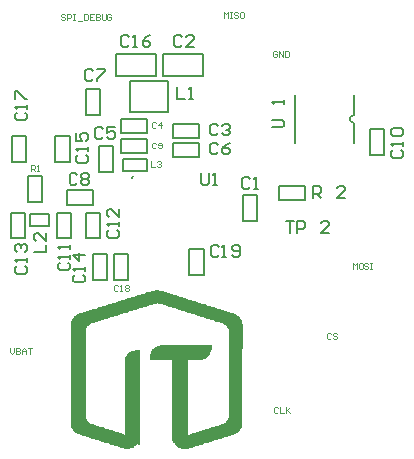
<source format=gto>
%FSLAX44Y44*%
%MOMM*%
G71*
G01*
G75*
G04 Layer_Color=65535*
%ADD10R,0.5000X0.6000*%
%ADD11R,0.5000X0.5000*%
%ADD12R,0.6000X0.5000*%
%ADD13R,1.4000X1.2000*%
%ADD14R,0.2500X0.5000*%
%ADD15C,1.5000*%
%ADD16R,0.2500X0.4000*%
%ADD17R,0.4000X0.2500*%
%ADD18R,3.2000X3.2000*%
%ADD19R,0.5590X1.1940*%
%ADD20R,0.9000X1.3000*%
%ADD21R,0.6000X1.2000*%
%ADD22R,0.6000X2.0000*%
%ADD23C,4.0000*%
%ADD24C,0.3000*%
%ADD25C,0.5000*%
%ADD26C,0.1500*%
%ADD27C,0.2000*%
%ADD28C,0.4500*%
%ADD29R,6.0700X6.0700*%
%ADD30C,0.0508*%
%ADD31C,0.1000*%
D27*
X163000Y76425D02*
G03*
X163000Y70075I0J-3175D01*
G01*
X-33750Y61250D02*
Y73250D01*
X-11750D01*
Y61250D02*
Y73250D01*
X-33750Y61250D02*
X-11750D01*
X-33500Y44500D02*
Y56500D01*
X-11500D01*
Y44500D02*
Y56500D01*
X-33500Y44500D02*
X-11500D01*
X-32000Y29250D02*
X-12000D01*
Y39250D01*
X-32000D02*
X-12000D01*
X-32000Y29250D02*
Y39250D01*
X-126500Y36750D02*
X-114500D01*
X-126500D02*
Y58750D01*
X-114500D01*
Y36750D02*
Y58750D01*
X-89500Y36750D02*
X-77500D01*
X-89500D02*
Y58750D01*
X-77500D01*
Y36750D02*
Y58750D01*
X-52750Y50250D02*
X-40750D01*
Y28250D02*
Y50250D01*
X-52750Y28250D02*
X-40750D01*
X-52750D02*
Y50250D01*
X-79750Y750D02*
Y12750D01*
X-57750D01*
Y750D02*
Y12750D01*
X-79750Y750D02*
X-57750D01*
X-63500Y-28000D02*
X-51500D01*
X-63500D02*
Y-6000D01*
X-51500D01*
Y-28000D02*
Y-6000D01*
X-88000Y-28000D02*
X-76000D01*
X-88000D02*
Y-6000D01*
X-76000D01*
Y-28000D02*
Y-6000D01*
X-111000Y-17000D02*
X-95000D01*
Y-7000D01*
X-111000D02*
X-95000D01*
X-111000Y-17000D02*
Y-7000D01*
X-127000Y-28000D02*
X-115000D01*
X-127000D02*
Y-6000D01*
X-115000D01*
Y-28000D02*
Y-6000D01*
X-112500Y2750D02*
Y24750D01*
Y2750D02*
X-100500D01*
Y24750D01*
X-112500D02*
X-100500D01*
X-58000Y-63000D02*
X-46000D01*
X-58000D02*
Y-41000D01*
X-46000D01*
Y-63000D02*
Y-41000D01*
X-40000Y-41250D02*
X-28000D01*
Y-63250D02*
Y-41250D01*
X-40000Y-63250D02*
X-28000D01*
X-40000D02*
Y-41250D01*
X24000Y-59000D02*
X36000D01*
X24000D02*
Y-37000D01*
X36000D01*
Y-59000D02*
Y-37000D01*
X99500Y4750D02*
X121500D01*
Y16750D01*
X99500D02*
X121500D01*
X99500Y4750D02*
Y16750D01*
X69500Y8500D02*
X81500D01*
Y-13500D02*
Y8500D01*
X69500Y-13500D02*
X81500D01*
X69500D02*
Y8500D01*
X-24570Y23570D02*
X-23570Y24570D01*
X177000Y64500D02*
X189000D01*
Y42500D02*
Y64500D01*
X177000Y42500D02*
X189000D01*
X177000D02*
Y64500D01*
X163000Y76425D02*
Y93250D01*
Y53250D02*
Y70075D01*
X113000Y53250D02*
Y93250D01*
X-4500Y110000D02*
Y128000D01*
X-38500Y110000D02*
X-4500D01*
X-38500D02*
Y128000D01*
X-4500D01*
X-63750Y76250D02*
X-51750D01*
X-63750D02*
Y98250D01*
X-51750D01*
Y76250D02*
Y98250D01*
X-26500Y105000D02*
X5500D01*
X-26500Y79000D02*
Y105000D01*
Y79000D02*
X5500D01*
Y105000D01*
X1500Y110000D02*
Y128000D01*
X35500D01*
Y110000D02*
Y128000D01*
X1500Y110000D02*
X35500D01*
X32000Y40750D02*
Y52750D01*
X10000Y40750D02*
X32000D01*
X10000D02*
Y52750D01*
X32000D01*
X31750Y57250D02*
Y69250D01*
X9750Y57250D02*
X31750D01*
X9750D02*
Y69250D01*
X31750D01*
X-121581Y78664D02*
X-123247Y76998D01*
Y73666D01*
X-121581Y72000D01*
X-114916D01*
X-113250Y73666D01*
Y76998D01*
X-114916Y78664D01*
X-113250Y81997D02*
Y85329D01*
Y83663D01*
X-123247D01*
X-121581Y81997D01*
X-123247Y90327D02*
Y96992D01*
X-121581D01*
X-114916Y90327D01*
X-113250D01*
X-70331Y42664D02*
X-71997Y40998D01*
Y37666D01*
X-70331Y36000D01*
X-63666D01*
X-62000Y37666D01*
Y40998D01*
X-63666Y42664D01*
X-62000Y45997D02*
Y49329D01*
Y47663D01*
X-71997D01*
X-70331Y45997D01*
X-71997Y60992D02*
Y54327D01*
X-66998D01*
X-68664Y57660D01*
Y59326D01*
X-66998Y60992D01*
X-63666D01*
X-62000Y59326D01*
Y55994D01*
X-63666Y54327D01*
X-48836Y64331D02*
X-50502Y65997D01*
X-53834D01*
X-55500Y64331D01*
Y57666D01*
X-53834Y56000D01*
X-50502D01*
X-48836Y57666D01*
X-38839Y65997D02*
X-45503D01*
Y60998D01*
X-42171Y62664D01*
X-40505D01*
X-38839Y60998D01*
Y57666D01*
X-40505Y56000D01*
X-43837D01*
X-45503Y57666D01*
X-70835Y25831D02*
X-72502Y27497D01*
X-75834D01*
X-77500Y25831D01*
Y19166D01*
X-75834Y17500D01*
X-72502D01*
X-70835Y19166D01*
X-67503Y25831D02*
X-65837Y27497D01*
X-62505D01*
X-60839Y25831D01*
Y24165D01*
X-62505Y22498D01*
X-60839Y20832D01*
Y19166D01*
X-62505Y17500D01*
X-65837D01*
X-67503Y19166D01*
Y20832D01*
X-65837Y22498D01*
X-67503Y24165D01*
Y25831D01*
X-65837Y22498D02*
X-62505D01*
X-44331Y-21086D02*
X-45997Y-22752D01*
Y-26084D01*
X-44331Y-27750D01*
X-37666D01*
X-36000Y-26084D01*
Y-22752D01*
X-37666Y-21086D01*
X-36000Y-17753D02*
Y-14421D01*
Y-16087D01*
X-45997D01*
X-44331Y-17753D01*
X-36000Y-2758D02*
Y-9423D01*
X-42664Y-2758D01*
X-44331D01*
X-45997Y-4424D01*
Y-7756D01*
X-44331Y-9423D01*
X-85831Y-48335D02*
X-87497Y-50002D01*
Y-53334D01*
X-85831Y-55000D01*
X-79166D01*
X-77500Y-53334D01*
Y-50002D01*
X-79166Y-48335D01*
X-77500Y-45003D02*
Y-41671D01*
Y-43337D01*
X-87497D01*
X-85831Y-45003D01*
X-77500Y-36673D02*
Y-33340D01*
Y-35006D01*
X-87497D01*
X-85831Y-36673D01*
X-107497Y-39750D02*
X-97500D01*
Y-33085D01*
Y-23089D02*
Y-29753D01*
X-104164Y-23089D01*
X-105831D01*
X-107497Y-24755D01*
Y-28087D01*
X-105831Y-29753D01*
X-121831Y-51086D02*
X-123497Y-52752D01*
Y-56084D01*
X-121831Y-57750D01*
X-115166D01*
X-113500Y-56084D01*
Y-52752D01*
X-115166Y-51086D01*
X-113500Y-47753D02*
Y-44421D01*
Y-46087D01*
X-123497D01*
X-121831Y-47753D01*
Y-39423D02*
X-123497Y-37756D01*
Y-34424D01*
X-121831Y-32758D01*
X-120164D01*
X-118498Y-34424D01*
Y-36090D01*
Y-34424D01*
X-116832Y-32758D01*
X-115166D01*
X-113500Y-34424D01*
Y-37756D01*
X-115166Y-39423D01*
X-72581Y-58586D02*
X-74247Y-60252D01*
Y-63584D01*
X-72581Y-65250D01*
X-65916D01*
X-64250Y-63584D01*
Y-60252D01*
X-65916Y-58586D01*
X-64250Y-55253D02*
Y-51921D01*
Y-53587D01*
X-74247D01*
X-72581Y-55253D01*
X-64250Y-41924D02*
X-74247D01*
X-69248Y-46923D01*
Y-40258D01*
X48664Y-35419D02*
X46998Y-33753D01*
X43666D01*
X42000Y-35419D01*
Y-42084D01*
X43666Y-43750D01*
X46998D01*
X48664Y-42084D01*
X51997Y-43750D02*
X55329D01*
X53663D01*
Y-33753D01*
X51997Y-35419D01*
X60327Y-42084D02*
X61994Y-43750D01*
X65326D01*
X66992Y-42084D01*
Y-35419D01*
X65326Y-33753D01*
X61994D01*
X60327Y-35419D01*
Y-37085D01*
X61994Y-38752D01*
X66992D01*
X129000Y6250D02*
Y16247D01*
X133998D01*
X135665Y14581D01*
Y11248D01*
X133998Y9582D01*
X129000D01*
X132332D02*
X135665Y6250D01*
X155658D02*
X148994D01*
X155658Y12915D01*
Y14581D01*
X153992Y16247D01*
X150660D01*
X148994Y14581D01*
X105500Y-13003D02*
X112164D01*
X108832D01*
Y-23000D01*
X115497D02*
Y-13003D01*
X120495D01*
X122161Y-14669D01*
Y-18002D01*
X120495Y-19668D01*
X115497D01*
X142155Y-23000D02*
X135490D01*
X142155Y-16336D01*
Y-14669D01*
X140489Y-13003D01*
X137156D01*
X135490Y-14669D01*
X75415Y22331D02*
X73748Y23997D01*
X70416D01*
X68750Y22331D01*
Y15666D01*
X70416Y14000D01*
X73748D01*
X75415Y15666D01*
X78747Y14000D02*
X82079D01*
X80413D01*
Y23997D01*
X78747Y22331D01*
X34250Y27497D02*
Y19166D01*
X35916Y17500D01*
X39248D01*
X40915Y19166D01*
Y27497D01*
X44247Y17500D02*
X47579D01*
X45913D01*
Y27497D01*
X44247Y25831D01*
X196419Y47165D02*
X194753Y45498D01*
Y42166D01*
X196419Y40500D01*
X203084D01*
X204750Y42166D01*
Y45498D01*
X203084Y47165D01*
X204750Y50497D02*
Y53829D01*
Y52163D01*
X194753D01*
X196419Y50497D01*
Y58827D02*
X194753Y60494D01*
Y63826D01*
X196419Y65492D01*
X203084D01*
X204750Y63826D01*
Y60494D01*
X203084Y58827D01*
X196419D01*
X93753Y66000D02*
X102084D01*
X103750Y67666D01*
Y70998D01*
X102084Y72664D01*
X93753D01*
X103750Y85994D02*
Y89326D01*
Y87660D01*
X93753D01*
X95419Y85994D01*
X-27336Y142831D02*
X-29002Y144497D01*
X-32334D01*
X-34000Y142831D01*
Y136166D01*
X-32334Y134500D01*
X-29002D01*
X-27336Y136166D01*
X-24003Y134500D02*
X-20671D01*
X-22337D01*
Y144497D01*
X-24003Y142831D01*
X-9008Y144497D02*
X-12340Y142831D01*
X-15673Y139498D01*
Y136166D01*
X-14006Y134500D01*
X-10674D01*
X-9008Y136166D01*
Y137832D01*
X-10674Y139498D01*
X-15673D01*
X-57586Y113831D02*
X-59252Y115497D01*
X-62584D01*
X-64250Y113831D01*
Y107166D01*
X-62584Y105500D01*
X-59252D01*
X-57586Y107166D01*
X-54253Y115497D02*
X-47589D01*
Y113831D01*
X-54253Y107166D01*
Y105500D01*
X13500Y99997D02*
Y90000D01*
X20164D01*
X23497D02*
X26829D01*
X25163D01*
Y99997D01*
X23497Y98331D01*
X17665Y142831D02*
X15998Y144497D01*
X12666D01*
X11000Y142831D01*
Y136166D01*
X12666Y134500D01*
X15998D01*
X17665Y136166D01*
X27661Y134500D02*
X20997D01*
X27661Y141165D01*
Y142831D01*
X25995Y144497D01*
X22663D01*
X20997Y142831D01*
X48415Y51581D02*
X46748Y53247D01*
X43416D01*
X41750Y51581D01*
Y44916D01*
X43416Y43250D01*
X46748D01*
X48415Y44916D01*
X58411Y53247D02*
X55079Y51581D01*
X51747Y48248D01*
Y44916D01*
X53413Y43250D01*
X56745D01*
X58411Y44916D01*
Y46582D01*
X56745Y48248D01*
X51747D01*
X48415Y67581D02*
X46748Y69247D01*
X43416D01*
X41750Y67581D01*
Y60916D01*
X43416Y59250D01*
X46748D01*
X48415Y60916D01*
X51747Y67581D02*
X53413Y69247D01*
X56745D01*
X58411Y67581D01*
Y65915D01*
X56745Y64248D01*
X55079D01*
X56745D01*
X58411Y62582D01*
Y60916D01*
X56745Y59250D01*
X53413D01*
X51747Y60916D01*
D30*
X17132Y-205184D02*
X22720D01*
X-31128D02*
X-27064D01*
X15608Y-204676D02*
X24752D01*
X-33160D02*
X-25540D01*
X14592Y-204168D02*
X26276D01*
X-34684D02*
X-24016D01*
X13576Y-203660D02*
X27800D01*
X-36208D02*
X-23508D01*
X13068Y-203152D02*
X29324D01*
X-38240D02*
X-22492D01*
X12560Y-202644D02*
X31356D01*
X-39764D02*
X-21984D01*
X12052Y-202136D02*
X32880D01*
X-41288D02*
X-21476D01*
X11544Y-201628D02*
X34404D01*
X-19444D02*
X-18936D01*
X-42812D02*
X-20968D01*
X11544Y-201120D02*
X35928D01*
X-19444D02*
X-18936D01*
X-44336D02*
X-20460D01*
X11036Y-200612D02*
X37960D01*
X-19444D02*
X-18936D01*
X-45860D02*
X-20460D01*
X10528Y-200104D02*
X39484D01*
X-19444D02*
X-18936D01*
X-47892D02*
X-19952D01*
X10528Y-199596D02*
X41008D01*
X-19444D02*
X-18936D01*
X-49416D02*
X-19952D01*
X10020Y-199088D02*
X42532D01*
X-50940D02*
X-18936D01*
X9512Y-198580D02*
X44056D01*
X-52464D02*
X-18936D01*
X9512Y-198072D02*
X46088D01*
X-53988D02*
X-18936D01*
X9512Y-197564D02*
X47612D01*
X-55512D02*
X-18936D01*
X9512Y-197056D02*
X49136D01*
X-57544D02*
X-18936D01*
X9512Y-196548D02*
X50660D01*
X-59068D02*
X-18936D01*
X9512Y-196040D02*
X52692D01*
X-60592D02*
X-18936D01*
X9512Y-195532D02*
X54216D01*
X-62116D02*
X-18936D01*
X9512Y-195024D02*
X55740D01*
X-63640D02*
X-18936D01*
X9512Y-194516D02*
X57264D01*
X-65164D02*
X-18936D01*
X22720Y-194008D02*
X58788D01*
X9512D02*
X21704D01*
X-67196D02*
X-18936D01*
X24244Y-193500D02*
X60820D01*
X9512D02*
X21704D01*
X-30620D02*
X-18936D01*
X-68720D02*
X-32144D01*
X26276Y-192992D02*
X61836D01*
X9512D02*
X21704D01*
X-30620D02*
X-18936D01*
X-70244D02*
X-33668D01*
X27800Y-192484D02*
X62852D01*
X9512D02*
X21704D01*
X-30620D02*
X-18936D01*
X-71260D02*
X-35192D01*
X29324Y-191976D02*
X63868D01*
X9512D02*
X21704D01*
X-30620D02*
X-18936D01*
X-71768D02*
X-36716D01*
X30848Y-191468D02*
X64376D01*
X9512D02*
X21704D01*
X-30620D02*
X-18936D01*
X-72784D02*
X-38240D01*
X32372Y-190960D02*
X64884D01*
X9512D02*
X21704D01*
X-30620D02*
X-18936D01*
X-73292D02*
X-39764D01*
X34404Y-190452D02*
X65392D01*
X9512D02*
X21704D01*
X-30620D02*
X-18936D01*
X-73800D02*
X-41796D01*
X35928Y-189944D02*
X65900D01*
X9512D02*
X21704D01*
X-30620D02*
X-18936D01*
X-74308D02*
X-43320D01*
X37452Y-189436D02*
X66408D01*
X9512D02*
X21704D01*
X-30620D02*
X-18936D01*
X-74816D02*
X-44844D01*
X38976Y-188928D02*
X66408D01*
X9512D02*
X21704D01*
X-30620D02*
X-18936D01*
X-74816D02*
X-46368D01*
X41008Y-188420D02*
X66916D01*
X9512D02*
X21704D01*
X-30620D02*
X-18936D01*
X-75324D02*
X-47892D01*
X42532Y-187912D02*
X67424D01*
X9512D02*
X21704D01*
X-30620D02*
X-18936D01*
X-75324D02*
X-49416D01*
X44056Y-187404D02*
X67424D01*
X9512D02*
X21704D01*
X-30620D02*
X-18936D01*
X-75832D02*
X-51448D01*
X45580Y-186896D02*
X67424D01*
X9512D02*
X21704D01*
X-30620D02*
X-18936D01*
X-75832D02*
X-52972D01*
X47104Y-186388D02*
X67932D01*
X9512D02*
X21704D01*
X-30620D02*
X-18936D01*
X-75832D02*
X-54496D01*
X49136Y-185880D02*
X67932D01*
X9512D02*
X21704D01*
X-30620D02*
X-18936D01*
X-76340D02*
X-56020D01*
X50660Y-185372D02*
X67932D01*
X9512D02*
X21704D01*
X-30620D02*
X-18936D01*
X-76340D02*
X-57544D01*
X52184Y-184864D02*
X67932D01*
X9512D02*
X21704D01*
X-30620D02*
X-18936D01*
X-76340D02*
X-59068D01*
X53200Y-184356D02*
X67932D01*
X9512D02*
X21704D01*
X-30620D02*
X-18936D01*
X-76340D02*
X-60592D01*
X53708Y-183848D02*
X67932D01*
X9512D02*
X21704D01*
X-30620D02*
X-18936D01*
X-76340D02*
X-61100D01*
X54724Y-183340D02*
X67932D01*
X9512D02*
X21704D01*
X-30620D02*
X-18936D01*
X-76340D02*
X-61608D01*
X55232Y-182832D02*
X67932D01*
X9512D02*
X21704D01*
X-30620D02*
X-18936D01*
X-76340D02*
X-62624D01*
X55740Y-182324D02*
X67932D01*
X9512D02*
X21704D01*
X-30620D02*
X-18936D01*
X-76340D02*
X-62624D01*
X55740Y-181816D02*
X67932D01*
X9512D02*
X21704D01*
X-30620D02*
X-18936D01*
X-76340D02*
X-63132D01*
X56248Y-181308D02*
X67932D01*
X9512D02*
X21704D01*
X-30620D02*
X-18936D01*
X-76340D02*
X-63640D01*
X56756Y-180800D02*
X67932D01*
X9512D02*
X21704D01*
X-30620D02*
X-18936D01*
X-76340D02*
X-63640D01*
X56756Y-180292D02*
X67932D01*
X9512D02*
X21704D01*
X-30620D02*
X-18936D01*
X-76340D02*
X-64148D01*
X56756Y-179784D02*
X67932D01*
X9512D02*
X21704D01*
X-30620D02*
X-18936D01*
X-76340D02*
X-64148D01*
X57264Y-179276D02*
X67932D01*
X9512D02*
X21704D01*
X-30620D02*
X-18936D01*
X-76340D02*
X-64656D01*
X57264Y-178768D02*
X67932D01*
X9512D02*
X21704D01*
X-30620D02*
X-18936D01*
X-76340D02*
X-64656D01*
X57264Y-178260D02*
X67932D01*
X9512D02*
X21704D01*
X-30620D02*
X-18936D01*
X-76340D02*
X-64656D01*
X57264Y-177752D02*
X67932D01*
X9512D02*
X21704D01*
X-30620D02*
X-18936D01*
X-76340D02*
X-64656D01*
X57264Y-177244D02*
X67932D01*
X9512D02*
X21704D01*
X-30620D02*
X-18936D01*
X-76340D02*
X-64656D01*
X57264Y-176736D02*
X67932D01*
X9512D02*
X21704D01*
X-30620D02*
X-18936D01*
X-76340D02*
X-64656D01*
X57264Y-176228D02*
X67932D01*
X9512D02*
X21704D01*
X-30620D02*
X-18936D01*
X-76340D02*
X-64656D01*
X57264Y-175720D02*
X67932D01*
X9512D02*
X21704D01*
X-30620D02*
X-18936D01*
X-76340D02*
X-64656D01*
X57264Y-175212D02*
X67932D01*
X9512D02*
X21704D01*
X-30620D02*
X-18936D01*
X-76340D02*
X-64656D01*
X57264Y-174704D02*
X67932D01*
X9512D02*
X21704D01*
X-30620D02*
X-18936D01*
X-76340D02*
X-64656D01*
X57264Y-174196D02*
X67932D01*
X9512D02*
X21704D01*
X-30620D02*
X-18936D01*
X-76340D02*
X-64656D01*
X57264Y-173688D02*
X67932D01*
X9512D02*
X21704D01*
X-30620D02*
X-18936D01*
X-76340D02*
X-64656D01*
X57264Y-173180D02*
X67932D01*
X9512D02*
X21704D01*
X-30620D02*
X-18936D01*
X-76340D02*
X-64656D01*
X57264Y-172672D02*
X67932D01*
X9512D02*
X21704D01*
X-30620D02*
X-18936D01*
X-76340D02*
X-64656D01*
X57264Y-172164D02*
X67932D01*
X9512D02*
X21704D01*
X-30620D02*
X-18936D01*
X-76340D02*
X-64656D01*
X57264Y-171656D02*
X67932D01*
X9512D02*
X21704D01*
X-30620D02*
X-18936D01*
X-76340D02*
X-64656D01*
X57264Y-171148D02*
X67932D01*
X9512D02*
X21704D01*
X-30620D02*
X-18936D01*
X-76340D02*
X-64656D01*
X57264Y-170640D02*
X67932D01*
X9512D02*
X21704D01*
X-30620D02*
X-18936D01*
X-76340D02*
X-64656D01*
X57264Y-170132D02*
X67932D01*
X9512D02*
X21704D01*
X-30620D02*
X-18936D01*
X-76340D02*
X-64656D01*
X57264Y-169624D02*
X67932D01*
X9512D02*
X21704D01*
X-30620D02*
X-18936D01*
X-76340D02*
X-64656D01*
X57264Y-169116D02*
X67932D01*
X9512D02*
X21704D01*
X-30620D02*
X-18936D01*
X-76340D02*
X-64656D01*
X57264Y-168608D02*
X67932D01*
X9512D02*
X21704D01*
X-30620D02*
X-18936D01*
X-76340D02*
X-64656D01*
X57264Y-168100D02*
X67932D01*
X9512D02*
X21704D01*
X-30620D02*
X-18936D01*
X-76340D02*
X-64656D01*
X57264Y-167592D02*
X67932D01*
X9512D02*
X21704D01*
X-30620D02*
X-18936D01*
X-76340D02*
X-64656D01*
X57264Y-167084D02*
X67932D01*
X9512D02*
X21704D01*
X-30620D02*
X-18936D01*
X-76340D02*
X-64656D01*
X57264Y-166576D02*
X67932D01*
X9512D02*
X21704D01*
X-30620D02*
X-18936D01*
X-76340D02*
X-64656D01*
X57264Y-166068D02*
X67932D01*
X9512D02*
X21704D01*
X-30620D02*
X-18936D01*
X-76340D02*
X-64656D01*
X57264Y-165560D02*
X67932D01*
X9512D02*
X21704D01*
X-30620D02*
X-18936D01*
X-76340D02*
X-64656D01*
X57264Y-165052D02*
X67932D01*
X9512D02*
X21704D01*
X-30620D02*
X-18936D01*
X-76340D02*
X-64656D01*
X57264Y-164544D02*
X67932D01*
X9512D02*
X21704D01*
X-30620D02*
X-18936D01*
X-76340D02*
X-64656D01*
X57264Y-164036D02*
X67932D01*
X9512D02*
X21704D01*
X-30620D02*
X-18936D01*
X-76340D02*
X-64656D01*
X57264Y-163528D02*
X67932D01*
X9512D02*
X21704D01*
X-30620D02*
X-18936D01*
X-76340D02*
X-64656D01*
X57264Y-163020D02*
X67932D01*
X9512D02*
X21704D01*
X-30620D02*
X-18936D01*
X-76340D02*
X-64656D01*
X57264Y-162512D02*
X67932D01*
X9512D02*
X21704D01*
X-30620D02*
X-18936D01*
X-76340D02*
X-64656D01*
X57264Y-162004D02*
X67932D01*
X9512D02*
X21704D01*
X-30620D02*
X-18936D01*
X-76340D02*
X-64656D01*
X57264Y-161496D02*
X67932D01*
X9512D02*
X21704D01*
X-30620D02*
X-18936D01*
X-76340D02*
X-64656D01*
X57264Y-160988D02*
X67932D01*
X9512D02*
X21704D01*
X-30620D02*
X-18936D01*
X-76340D02*
X-64656D01*
X57264Y-160480D02*
X67932D01*
X9512D02*
X21704D01*
X-30620D02*
X-18936D01*
X-76340D02*
X-64656D01*
X57264Y-159972D02*
X67932D01*
X9512D02*
X21704D01*
X-30620D02*
X-18936D01*
X-76340D02*
X-64656D01*
X57264Y-159464D02*
X67932D01*
X9512D02*
X21704D01*
X-30620D02*
X-18936D01*
X-76340D02*
X-64656D01*
X57264Y-158956D02*
X67932D01*
X9512D02*
X21704D01*
X-30620D02*
X-18936D01*
X-76340D02*
X-64656D01*
X57264Y-158448D02*
X67932D01*
X9512D02*
X21704D01*
X-30620D02*
X-18936D01*
X-76340D02*
X-64656D01*
X57264Y-157940D02*
X67932D01*
X9512D02*
X21704D01*
X-30620D02*
X-18936D01*
X-76340D02*
X-64656D01*
X57264Y-157432D02*
X67932D01*
X9512D02*
X21704D01*
X-30620D02*
X-18936D01*
X-76340D02*
X-64656D01*
X57264Y-156924D02*
X67932D01*
X9512D02*
X21704D01*
X-30620D02*
X-18936D01*
X-76340D02*
X-64656D01*
X57264Y-156416D02*
X67932D01*
X9512D02*
X21704D01*
X-30620D02*
X-18936D01*
X-76340D02*
X-64656D01*
X57264Y-155908D02*
X67932D01*
X9512D02*
X21704D01*
X-30620D02*
X-18936D01*
X-76340D02*
X-64656D01*
X57264Y-155400D02*
X67932D01*
X9512D02*
X21704D01*
X-30620D02*
X-18936D01*
X-76340D02*
X-64656D01*
X57264Y-154892D02*
X67932D01*
X9512D02*
X21704D01*
X-30620D02*
X-18936D01*
X-76340D02*
X-64656D01*
X57264Y-154384D02*
X67932D01*
X9512D02*
X21704D01*
X-30620D02*
X-18936D01*
X-76340D02*
X-64656D01*
X57264Y-153876D02*
X67932D01*
X9512D02*
X21704D01*
X-30620D02*
X-18936D01*
X-76340D02*
X-64656D01*
X57264Y-153368D02*
X67932D01*
X9512D02*
X21704D01*
X-30620D02*
X-18936D01*
X-76340D02*
X-64656D01*
X57264Y-152860D02*
X67932D01*
X9512D02*
X21704D01*
X-30620D02*
X-18936D01*
X-76340D02*
X-64656D01*
X57264Y-152352D02*
X67932D01*
X9512D02*
X21704D01*
X-30620D02*
X-18936D01*
X-76340D02*
X-64656D01*
X57264Y-151844D02*
X67932D01*
X9512D02*
X21704D01*
X-30620D02*
X-18936D01*
X-76340D02*
X-64656D01*
X57264Y-151336D02*
X67932D01*
X9512D02*
X21704D01*
X-30620D02*
X-18936D01*
X-76340D02*
X-64656D01*
X57264Y-150828D02*
X67932D01*
X9512D02*
X21704D01*
X-30620D02*
X-18936D01*
X-76340D02*
X-64656D01*
X57264Y-150320D02*
X67932D01*
X9512D02*
X21704D01*
X-30620D02*
X-18936D01*
X-76340D02*
X-64656D01*
X57264Y-149812D02*
X67932D01*
X9512D02*
X21704D01*
X-30620D02*
X-18936D01*
X-76340D02*
X-64656D01*
X57264Y-149304D02*
X67932D01*
X9512D02*
X21704D01*
X-30620D02*
X-18936D01*
X-76340D02*
X-64656D01*
X57264Y-148796D02*
X67932D01*
X9512D02*
X21704D01*
X-30620D02*
X-18936D01*
X-76340D02*
X-64656D01*
X57264Y-148288D02*
X67932D01*
X9512D02*
X21704D01*
X-30620D02*
X-18936D01*
X-76340D02*
X-64656D01*
X57264Y-147780D02*
X67932D01*
X9512D02*
X21704D01*
X-30620D02*
X-18936D01*
X-76340D02*
X-64656D01*
X57264Y-147272D02*
X67932D01*
X9512D02*
X21704D01*
X-30620D02*
X-18936D01*
X-76340D02*
X-64656D01*
X57264Y-146764D02*
X67932D01*
X9512D02*
X21704D01*
X-30620D02*
X-18936D01*
X-76340D02*
X-64656D01*
X57264Y-146256D02*
X67932D01*
X9512D02*
X21704D01*
X-30620D02*
X-18936D01*
X-76340D02*
X-64656D01*
X57264Y-145748D02*
X67932D01*
X9512D02*
X21704D01*
X-30620D02*
X-18936D01*
X-76340D02*
X-64656D01*
X57264Y-145240D02*
X67932D01*
X9512D02*
X21704D01*
X-30620D02*
X-18936D01*
X-76340D02*
X-64656D01*
X57264Y-144732D02*
X67932D01*
X9512D02*
X21704D01*
X-30620D02*
X-18936D01*
X-76340D02*
X-64656D01*
X57264Y-144224D02*
X67932D01*
X9512D02*
X21704D01*
X-30620D02*
X-18936D01*
X-76340D02*
X-64656D01*
X57264Y-143716D02*
X67932D01*
X9512D02*
X21704D01*
X-30620D02*
X-18936D01*
X-76340D02*
X-64656D01*
X57264Y-143208D02*
X67932D01*
X9512D02*
X21704D01*
X-30620D02*
X-18936D01*
X-76340D02*
X-64656D01*
X57264Y-142700D02*
X67932D01*
X9512D02*
X21704D01*
X-30620D02*
X-18936D01*
X-76340D02*
X-64656D01*
X57264Y-142192D02*
X67932D01*
X9512D02*
X21704D01*
X-30620D02*
X-18936D01*
X-76340D02*
X-64656D01*
X57264Y-141684D02*
X67932D01*
X9512D02*
X21704D01*
X-30620D02*
X-18936D01*
X-76340D02*
X-64656D01*
X57264Y-141176D02*
X67932D01*
X9512D02*
X21704D01*
X-30620D02*
X-18936D01*
X-76340D02*
X-64656D01*
X57264Y-140668D02*
X67932D01*
X9512D02*
X21704D01*
X-30620D02*
X-18936D01*
X-76340D02*
X-64656D01*
X57264Y-140160D02*
X67932D01*
X9512D02*
X21704D01*
X-30620D02*
X-18936D01*
X-76340D02*
X-64656D01*
X57264Y-139652D02*
X67932D01*
X9512D02*
X21704D01*
X-30620D02*
X-18936D01*
X-76340D02*
X-64656D01*
X57264Y-139144D02*
X67932D01*
X9512D02*
X21704D01*
X-30620D02*
X-18936D01*
X-76340D02*
X-64656D01*
X57264Y-138636D02*
X67932D01*
X9512D02*
X21704D01*
X-30620D02*
X-18936D01*
X-76340D02*
X-64656D01*
X57264Y-138128D02*
X67932D01*
X9512D02*
X21704D01*
X-30620D02*
X-18936D01*
X-76340D02*
X-64656D01*
X57264Y-137620D02*
X67932D01*
X9512D02*
X21704D01*
X-30620D02*
X-18936D01*
X-76340D02*
X-64656D01*
X57264Y-137112D02*
X67932D01*
X9512D02*
X21704D01*
X-30620D02*
X-18936D01*
X-76340D02*
X-64656D01*
X57264Y-136604D02*
X67932D01*
X9512D02*
X21704D01*
X-30620D02*
X-18936D01*
X-76340D02*
X-64656D01*
X57264Y-136096D02*
X67932D01*
X9512D02*
X21704D01*
X-30620D02*
X-18936D01*
X-76340D02*
X-64656D01*
X57264Y-135588D02*
X67932D01*
X9512D02*
X21704D01*
X-30620D02*
X-18936D01*
X-76340D02*
X-64656D01*
X57264Y-135080D02*
X67932D01*
X9512D02*
X21704D01*
X-30620D02*
X-18936D01*
X-76340D02*
X-64656D01*
X57264Y-134572D02*
X67932D01*
X9512D02*
X21704D01*
X-30620D02*
X-18936D01*
X-76340D02*
X-64656D01*
X57264Y-134064D02*
X67932D01*
X9512D02*
X21704D01*
X-30620D02*
X-18936D01*
X-76340D02*
X-64656D01*
X57264Y-133556D02*
X67932D01*
X9512D02*
X21704D01*
X-30620D02*
X-18936D01*
X-76340D02*
X-64656D01*
X57264Y-133048D02*
X67932D01*
X9512D02*
X21704D01*
X-30620D02*
X-18936D01*
X-76340D02*
X-64656D01*
X57264Y-132540D02*
X67932D01*
X9512D02*
X21704D01*
X-30620D02*
X-18936D01*
X-76340D02*
X-64656D01*
X57264Y-132032D02*
X67932D01*
X9512D02*
X21704D01*
X-30620D02*
X-18936D01*
X-76340D02*
X-64656D01*
X57264Y-131524D02*
X67932D01*
X9512D02*
X21704D01*
X-30620D02*
X-18936D01*
X-76340D02*
X-64656D01*
X57264Y-131016D02*
X67932D01*
X9512D02*
X21704D01*
X-30620D02*
X-18936D01*
X-76340D02*
X-64656D01*
X57264Y-130508D02*
X67932D01*
X9512D02*
X21704D01*
X-30620D02*
X-18936D01*
X-76340D02*
X-64656D01*
X57264Y-130000D02*
X67932D01*
X-9284D02*
X34404D01*
X-30620D02*
X-18936D01*
X-76340D02*
X-64656D01*
X57264Y-129492D02*
X67932D01*
X-9284D02*
X35928D01*
X-30620D02*
X-18936D01*
X-76340D02*
X-64656D01*
X57264Y-128984D02*
X67932D01*
X-9284D02*
X36944D01*
X-30112D02*
X-18936D01*
X-76340D02*
X-64656D01*
X57264Y-128476D02*
X67932D01*
X-9284D02*
X37452D01*
X-30112D02*
X-18936D01*
X-76340D02*
X-64656D01*
X57264Y-127968D02*
X67932D01*
X-9284D02*
X38468D01*
X-29604D02*
X-18936D01*
X-76340D02*
X-64656D01*
X57264Y-127460D02*
X67932D01*
X-9284D02*
X38976D01*
X-29604D02*
X-18936D01*
X-76340D02*
X-64656D01*
X57264Y-126952D02*
X67932D01*
X-9284D02*
X39484D01*
X-29096D02*
X-18936D01*
X-76340D02*
X-64656D01*
X57264Y-126444D02*
X67932D01*
X-9284D02*
X39484D01*
X-29096D02*
X-18936D01*
X-76340D02*
X-64656D01*
X57264Y-125936D02*
X67932D01*
X-9284D02*
X39992D01*
X-28588D02*
X-18936D01*
X-76340D02*
X-64656D01*
X57772Y-125428D02*
X67932D01*
X-8776D02*
X40500D01*
X-28080D02*
X-18936D01*
X-76340D02*
X-64656D01*
X57772Y-124920D02*
X67932D01*
X-8776D02*
X40500D01*
X-27572D02*
X-18936D01*
X-76340D02*
X-64656D01*
X57772Y-124412D02*
X67932D01*
X-8776D02*
X41008D01*
X-27064D02*
X-18936D01*
X-76340D02*
X-64656D01*
X57772Y-123904D02*
X67932D01*
X-8268D02*
X41008D01*
X-26048D02*
X-18936D01*
X-76340D02*
X-64656D01*
X57772Y-123396D02*
X67932D01*
X-8268D02*
X41516D01*
X-25540D02*
X-18936D01*
X-76340D02*
X-64656D01*
X57772Y-122888D02*
X67932D01*
X-7760D02*
X41516D01*
X-24016D02*
X-18936D01*
X-76340D02*
X-64656D01*
X57772Y-122380D02*
X67932D01*
X-7252D02*
X41516D01*
X-21984D02*
X-18936D01*
X-76340D02*
X-64656D01*
X57772Y-121872D02*
X67932D01*
X-7252D02*
X42024D01*
X-76340D02*
X-64656D01*
X57772Y-121364D02*
X67932D01*
X-6744D02*
X42024D01*
X-76340D02*
X-64656D01*
X57772Y-120856D02*
X67932D01*
X-6236D02*
X42024D01*
X-76340D02*
X-64656D01*
X57772Y-120348D02*
X68440D01*
X-5220D02*
X42024D01*
X-76340D02*
X-64656D01*
X57772Y-119840D02*
X68440D01*
X-4712D02*
X42024D01*
X-76340D02*
X-64656D01*
X57772Y-119332D02*
X68440D01*
X-3696D02*
X42024D01*
X-76340D02*
X-64656D01*
X57772Y-118824D02*
X68440D01*
X-2680D02*
X42024D01*
X-76340D02*
X-64656D01*
X57772Y-118316D02*
X68440D01*
X-648D02*
X42024D01*
X-76340D02*
X-64656D01*
X57772Y-117808D02*
X68440D01*
X-76340D02*
X-64656D01*
X57772Y-117300D02*
X68440D01*
X-76340D02*
X-64656D01*
X57772Y-116792D02*
X68440D01*
X-76340D02*
X-64656D01*
X57772Y-116284D02*
X68440D01*
X-76340D02*
X-64656D01*
X57772Y-115776D02*
X68440D01*
X-76340D02*
X-64656D01*
X57772Y-115268D02*
X68440D01*
X-76340D02*
X-64656D01*
X57772Y-114760D02*
X68440D01*
X-76340D02*
X-64656D01*
X57772Y-114252D02*
X68440D01*
X-76340D02*
X-64656D01*
X57772Y-113744D02*
X68440D01*
X-76340D02*
X-64656D01*
X57772Y-113236D02*
X68440D01*
X-76340D02*
X-64656D01*
X57772Y-112728D02*
X68440D01*
X-76340D02*
X-64656D01*
X57772Y-112220D02*
X68440D01*
X-76340D02*
X-64656D01*
X57772Y-111712D02*
X68440D01*
X-76340D02*
X-64656D01*
X57772Y-111204D02*
X68440D01*
X-76340D02*
X-64656D01*
X57772Y-110696D02*
X68440D01*
X-76340D02*
X-64656D01*
X57772Y-110188D02*
X68440D01*
X-76340D02*
X-64656D01*
X57772Y-109680D02*
X68440D01*
X-76340D02*
X-64656D01*
X57772Y-109172D02*
X68440D01*
X-76340D02*
X-64656D01*
X57772Y-108664D02*
X68440D01*
X-76340D02*
X-64656D01*
X57772Y-108156D02*
X68440D01*
X-76340D02*
X-64656D01*
X57772Y-107648D02*
X68440D01*
X-76340D02*
X-64656D01*
X57772Y-107140D02*
X68440D01*
X-76340D02*
X-64656D01*
X57264Y-106632D02*
X68440D01*
X-76340D02*
X-64656D01*
X57264Y-106124D02*
X68440D01*
X-76340D02*
X-64656D01*
X57264Y-105616D02*
X68440D01*
X-76340D02*
X-64656D01*
X57264Y-105108D02*
X68440D01*
X-76340D02*
X-64656D01*
X57264Y-104600D02*
X68440D01*
X-76340D02*
X-64148D01*
X56756Y-104092D02*
X68440D01*
X-76340D02*
X-64148D01*
X56756Y-103584D02*
X68440D01*
X-76340D02*
X-64148D01*
X56248Y-103076D02*
X68440D01*
X-76340D02*
X-63640D01*
X56248Y-102568D02*
X68440D01*
X-76340D02*
X-63640D01*
X55740Y-102060D02*
X68440D01*
X-76340D02*
X-63132D01*
X55232Y-101552D02*
X68440D01*
X-76340D02*
X-62624D01*
X54724Y-101044D02*
X68440D01*
X-76340D02*
X-62116D01*
X54216Y-100536D02*
X68440D01*
X-76340D02*
X-61608D01*
X53200Y-100028D02*
X67932D01*
X-76340D02*
X-61100D01*
X52692Y-99520D02*
X67932D01*
X-76340D02*
X-60084D01*
X51168Y-99012D02*
X67932D01*
X-76340D02*
X-58560D01*
X49644Y-98504D02*
X67932D01*
X-75832D02*
X-57036D01*
X48120Y-97996D02*
X67932D01*
X-75832D02*
X-55512D01*
X46088Y-97488D02*
X67424D01*
X-75832D02*
X-53988D01*
X44564Y-96980D02*
X67424D01*
X-75324D02*
X-51956D01*
X43040Y-96472D02*
X66916D01*
X-75324D02*
X-50432D01*
X41516Y-95964D02*
X66916D01*
X-74816D02*
X-48908D01*
X39992Y-95456D02*
X66408D01*
X-74816D02*
X-47384D01*
X38468Y-94948D02*
X65900D01*
X-74308D02*
X-45860D01*
X36436Y-94440D02*
X65900D01*
X-73800D02*
X-43828D01*
X34912Y-93932D02*
X65392D01*
X-73292D02*
X-42304D01*
X33388Y-93424D02*
X64884D01*
X-72784D02*
X-40780D01*
X31864Y-92916D02*
X63868D01*
X-72276D02*
X-39256D01*
X30340Y-92408D02*
X63360D01*
X-71768D02*
X-37224D01*
X28816Y-91900D02*
X62344D01*
X-70752D02*
X-35700D01*
X26784Y-91392D02*
X60820D01*
X-69228D02*
X-34176D01*
X25260Y-90884D02*
X59296D01*
X-67704D02*
X-32652D01*
X23736Y-90376D02*
X57772D01*
X-66180D02*
X-31128D01*
X22212Y-89868D02*
X56248D01*
X-64656D02*
X-29096D01*
X20688Y-89360D02*
X54724D01*
X-63132D02*
X-27572D01*
X19164Y-88852D02*
X52692D01*
X-61100D02*
X-26048D01*
X17132Y-88344D02*
X51168D01*
X-59576D02*
X-24524D01*
X15608Y-87836D02*
X49644D01*
X-58052D02*
X-22492D01*
X14084Y-87328D02*
X48120D01*
X-56528D02*
X-20968D01*
X12560Y-86820D02*
X46596D01*
X-54496D02*
X-19444D01*
X11036Y-86312D02*
X45072D01*
X-52972D02*
X-17920D01*
X9512Y-85804D02*
X43040D01*
X-51448D02*
X-16396D01*
X7480Y-85296D02*
X41516D01*
X-49924D02*
X-14364D01*
X5956Y-84788D02*
X39992D01*
X-48400D02*
X-12840D01*
X4432Y-84280D02*
X38468D01*
X-46368D02*
X-11316D01*
X2908Y-83772D02*
X36944D01*
X-44844D02*
X-9792D01*
X1384Y-83264D02*
X35420D01*
X-43320D02*
X-7760D01*
X-140Y-82756D02*
X33388D01*
X-41796D02*
X-6236D01*
X-2172Y-82248D02*
X31864D01*
X-39764D02*
X-4204D01*
X-38240Y-81740D02*
X30340D01*
X-36716Y-81232D02*
X28816D01*
X-35192Y-80724D02*
X27292D01*
X-33668Y-80216D02*
X25768D01*
X-31636Y-79708D02*
X23736D01*
X-30112Y-79200D02*
X22212D01*
X-28588Y-78692D02*
X20688D01*
X-27064Y-78184D02*
X19164D01*
X-25032Y-77676D02*
X17640D01*
X-23508Y-77168D02*
X16116D01*
X-21984Y-76660D02*
X14084D01*
X-20460Y-76152D02*
X12560D01*
X-18936Y-75644D02*
X11036D01*
X-16904Y-75136D02*
X9512D01*
X-15380Y-74628D02*
X7988D01*
X-13856Y-74120D02*
X6464D01*
X-12332Y-73612D02*
X4432D01*
X-10300Y-73104D02*
X2908D01*
X-8776Y-72596D02*
X1384D01*
X-7252Y-72088D02*
X-140D01*
X-4712Y-71580D02*
X-2680D01*
D31*
X-4418Y69415D02*
X-5251Y70248D01*
X-6917D01*
X-7750Y69415D01*
Y66083D01*
X-6917Y65250D01*
X-5251D01*
X-4418Y66083D01*
X-253Y65250D02*
Y70248D01*
X-2752Y67749D01*
X581D01*
X-4168Y52415D02*
X-5001Y53248D01*
X-6667D01*
X-7500Y52415D01*
Y49083D01*
X-6667Y48250D01*
X-5001D01*
X-4168Y49083D01*
X-2502D02*
X-1669Y48250D01*
X-3D01*
X831Y49083D01*
Y52415D01*
X-3Y53248D01*
X-1669D01*
X-2502Y52415D01*
Y51582D01*
X-1669Y50749D01*
X831D01*
X-8500Y37498D02*
Y32500D01*
X-5168D01*
X-3502Y36665D02*
X-2669Y37498D01*
X-1002D01*
X-169Y36665D01*
Y35832D01*
X-1002Y34999D01*
X-1836D01*
X-1002D01*
X-169Y34166D01*
Y33333D01*
X-1002Y32500D01*
X-2669D01*
X-3502Y33333D01*
X-109750Y29000D02*
Y33998D01*
X-107251D01*
X-106418Y33165D01*
Y31499D01*
X-107251Y30666D01*
X-109750D01*
X-108084D02*
X-106418Y29000D01*
X-104752D02*
X-103085D01*
X-103919D01*
Y33998D01*
X-104752Y33165D01*
X-36168Y-68585D02*
X-37001Y-67752D01*
X-38667D01*
X-39500Y-68585D01*
Y-71917D01*
X-38667Y-72750D01*
X-37001D01*
X-36168Y-71917D01*
X-34502Y-72750D02*
X-32836D01*
X-33669D01*
Y-67752D01*
X-34502Y-68585D01*
X-30336D02*
X-29503Y-67752D01*
X-27837D01*
X-27004Y-68585D01*
Y-69418D01*
X-27837Y-70251D01*
X-27004Y-71084D01*
Y-71917D01*
X-27837Y-72750D01*
X-29503D01*
X-30336Y-71917D01*
Y-71084D01*
X-29503Y-70251D01*
X-30336Y-69418D01*
Y-68585D01*
X-29503Y-70251D02*
X-27837D01*
X-81168Y161415D02*
X-82001Y162248D01*
X-83667D01*
X-84500Y161415D01*
Y160582D01*
X-83667Y159749D01*
X-82001D01*
X-81168Y158916D01*
Y158083D01*
X-82001Y157250D01*
X-83667D01*
X-84500Y158083D01*
X-79502Y157250D02*
Y162248D01*
X-77003D01*
X-76169Y161415D01*
Y159749D01*
X-77003Y158916D01*
X-79502D01*
X-74503Y162248D02*
X-72837D01*
X-73670D01*
Y157250D01*
X-74503D01*
X-72837D01*
X-70338Y156417D02*
X-67006D01*
X-65340Y162248D02*
Y157250D01*
X-62840D01*
X-62007Y158083D01*
Y161415D01*
X-62840Y162248D01*
X-65340D01*
X-57009D02*
X-60341D01*
Y157250D01*
X-57009D01*
X-60341Y159749D02*
X-58675D01*
X-55343Y162248D02*
Y157250D01*
X-52844D01*
X-52011Y158083D01*
Y158916D01*
X-52844Y159749D01*
X-55343D01*
X-52844D01*
X-52011Y160582D01*
Y161415D01*
X-52844Y162248D01*
X-55343D01*
X-50345D02*
Y158083D01*
X-49511Y157250D01*
X-47845D01*
X-47012Y158083D01*
Y162248D01*
X-42014Y161415D02*
X-42847Y162248D01*
X-44513D01*
X-45346Y161415D01*
Y158083D01*
X-44513Y157250D01*
X-42847D01*
X-42014Y158083D01*
Y159749D01*
X-43680D01*
X162250Y-53500D02*
Y-48502D01*
X163916Y-50168D01*
X165582Y-48502D01*
Y-53500D01*
X169748Y-48502D02*
X168081D01*
X167248Y-49335D01*
Y-52667D01*
X168081Y-53500D01*
X169748D01*
X170581Y-52667D01*
Y-49335D01*
X169748Y-48502D01*
X175579Y-49335D02*
X174746Y-48502D01*
X173080D01*
X172247Y-49335D01*
Y-50168D01*
X173080Y-51001D01*
X174746D01*
X175579Y-51834D01*
Y-52667D01*
X174746Y-53500D01*
X173080D01*
X172247Y-52667D01*
X177245Y-48502D02*
X178911D01*
X178078D01*
Y-53500D01*
X177245D01*
X178911D01*
X53000Y159000D02*
Y163998D01*
X54666Y162332D01*
X56332Y163998D01*
Y159000D01*
X57998Y163998D02*
X59665D01*
X58831D01*
Y159000D01*
X57998D01*
X59665D01*
X65496Y163165D02*
X64663Y163998D01*
X62997D01*
X62164Y163165D01*
Y162332D01*
X62997Y161499D01*
X64663D01*
X65496Y160666D01*
Y159833D01*
X64663Y159000D01*
X62997D01*
X62164Y159833D01*
X69661Y163998D02*
X67995D01*
X67162Y163165D01*
Y159833D01*
X67995Y159000D01*
X69661D01*
X70494Y159833D01*
Y163165D01*
X69661Y163998D01*
X143582Y-108585D02*
X142749Y-107752D01*
X141083D01*
X140250Y-108585D01*
Y-111917D01*
X141083Y-112750D01*
X142749D01*
X143582Y-111917D01*
X148581Y-108585D02*
X147748Y-107752D01*
X146081D01*
X145248Y-108585D01*
Y-109418D01*
X146081Y-110251D01*
X147748D01*
X148581Y-111084D01*
Y-111917D01*
X147748Y-112750D01*
X146081D01*
X145248Y-111917D01*
X99332Y-171585D02*
X98499Y-170752D01*
X96833D01*
X96000Y-171585D01*
Y-174917D01*
X96833Y-175750D01*
X98499D01*
X99332Y-174917D01*
X100998Y-170752D02*
Y-175750D01*
X104331D01*
X105997Y-170752D02*
Y-175750D01*
Y-174084D01*
X109329Y-170752D01*
X106830Y-173251D01*
X109329Y-175750D01*
X-127500Y-120502D02*
Y-123834D01*
X-125834Y-125500D01*
X-124168Y-123834D01*
Y-120502D01*
X-122502D02*
Y-125500D01*
X-120002D01*
X-119169Y-124667D01*
Y-123834D01*
X-120002Y-123001D01*
X-122502D01*
X-120002D01*
X-119169Y-122168D01*
Y-121335D01*
X-120002Y-120502D01*
X-122502D01*
X-117503Y-125500D02*
Y-122168D01*
X-115837Y-120502D01*
X-114171Y-122168D01*
Y-125500D01*
Y-123001D01*
X-117503D01*
X-112505Y-120502D02*
X-109173D01*
X-110839D01*
Y-125500D01*
X98082Y129915D02*
X97249Y130748D01*
X95583D01*
X94750Y129915D01*
Y126583D01*
X95583Y125750D01*
X97249D01*
X98082Y126583D01*
Y128249D01*
X96416D01*
X99748Y125750D02*
Y130748D01*
X103081Y125750D01*
Y130748D01*
X104747D02*
Y125750D01*
X107246D01*
X108079Y126583D01*
Y129915D01*
X107246Y130748D01*
X104747D01*
M02*

</source>
